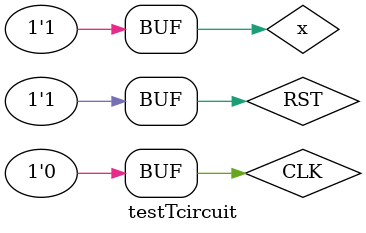
<source format=v>
module testTcircuit;
    reg x,CLK,RST; //entradas del circuito
    wire y,A,B; //salida del circuito
    
    Tcircuit TC (x,y,A,B,CLK,RST); // se crea un ejemplar del circuito
    
    //primer bloque initial produce ocho ciclos de reloj con un periodo de 10 ns
    initial begin
        // Restear ek FF a 0
        RST = 0;
        CLK = 0;
        #5 RST = 1;

        repeat (16)
            #5 CLK = ~CLK;
    end
    
    //  produce ocho ciclos de reloj con un periodo de 10 ns
    initial begin
        x = 0;
        #15 x = 1;
        
        repeat (8)
            #10 x = ~ x;
    end
    
endmodule
</source>
